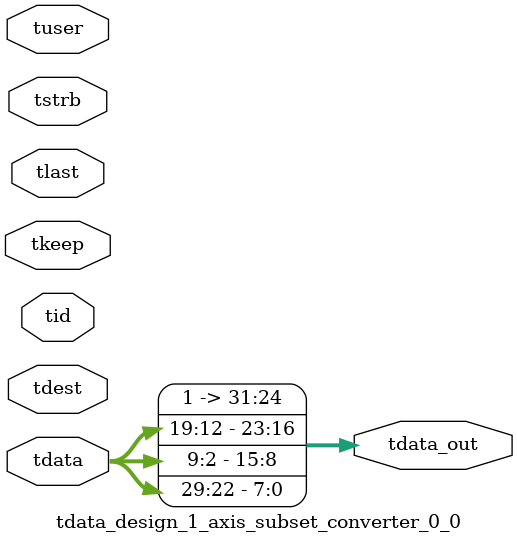
<source format=v>


`timescale 1ps/1ps

module tdata_design_1_axis_subset_converter_0_0 #
(
parameter C_S_AXIS_TDATA_WIDTH = 32,
parameter C_S_AXIS_TUSER_WIDTH = 0,
parameter C_S_AXIS_TID_WIDTH   = 0,
parameter C_S_AXIS_TDEST_WIDTH = 0,
parameter C_M_AXIS_TDATA_WIDTH = 32
)
(
input  [(C_S_AXIS_TDATA_WIDTH == 0 ? 1 : C_S_AXIS_TDATA_WIDTH)-1:0     ] tdata,
input  [(C_S_AXIS_TUSER_WIDTH == 0 ? 1 : C_S_AXIS_TUSER_WIDTH)-1:0     ] tuser,
input  [(C_S_AXIS_TID_WIDTH   == 0 ? 1 : C_S_AXIS_TID_WIDTH)-1:0       ] tid,
input  [(C_S_AXIS_TDEST_WIDTH == 0 ? 1 : C_S_AXIS_TDEST_WIDTH)-1:0     ] tdest,
input  [(C_S_AXIS_TDATA_WIDTH/8)-1:0 ] tkeep,
input  [(C_S_AXIS_TDATA_WIDTH/8)-1:0 ] tstrb,
input                                                                    tlast,
output [C_M_AXIS_TDATA_WIDTH-1:0] tdata_out
);

assign tdata_out = {8'b11111111,tdata[19:12],tdata[9:2],tdata[29:22]};

endmodule


</source>
